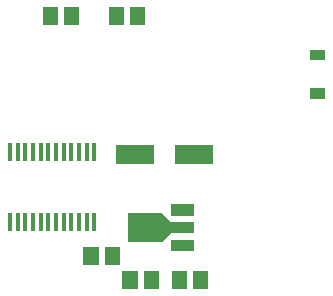
<source format=gbr>
G04 start of page 10 for group -4015 idx -4015 *
G04 Title: (unknown), toppaste *
G04 Creator: pcb 20140316 *
G04 CreationDate: Tue 10 May 2016 09:41:56 AM GMT UTC *
G04 For: ndholmes *
G04 Format: Gerber/RS-274X *
G04 PCB-Dimensions (mil): 2220.00 1040.00 *
G04 PCB-Coordinate-Origin: lower left *
%MOIN*%
%FSLAX25Y25*%
%LNTOPPASTE*%
%ADD84R,0.0130X0.0130*%
%ADD83R,0.0512X0.0512*%
%ADD82C,0.0001*%
%ADD81R,0.0945X0.0945*%
%ADD80R,0.0378X0.0378*%
%ADD79R,0.0630X0.0630*%
%ADD78R,0.0360X0.0360*%
G54D78*X181900Y71600D02*X183100D01*
X181900Y84500D02*X183100D01*
G54D79*X118508Y51500D02*X124807D01*
X138193D02*X144492D01*
G54D80*X135395Y21094D02*X139489D01*
X127679Y27000D02*X139489D01*
G54D81*X124055D02*X125945D01*
G54D82*G36*
X129250Y23695D02*X132090Y26535D01*
X133510Y25115D01*
X130670Y22275D01*
X129250Y23695D01*
G37*
G36*
X130670Y31725D02*X133510Y28885D01*
X132090Y27465D01*
X129250Y30305D01*
X130670Y31725D01*
G37*
G54D80*X135395Y32906D02*X139489D01*
G54D83*X93457Y97893D02*Y97107D01*
X100543Y97893D02*Y97107D01*
G54D84*X108074Y54417D02*Y49811D01*
X105515Y54417D02*Y49811D01*
X102956Y54417D02*Y49811D01*
X100397Y54417D02*Y49811D01*
X97838Y54417D02*Y49811D01*
X95279Y54417D02*Y49811D01*
X92721Y54417D02*Y49811D01*
X90162Y54417D02*Y49811D01*
X87603Y54417D02*Y49811D01*
X85044Y54417D02*Y49811D01*
X82485Y54417D02*Y49811D01*
X79926Y54417D02*Y49811D01*
Y31189D02*Y26583D01*
X82485Y31189D02*Y26583D01*
X85044Y31189D02*Y26583D01*
X87603Y31189D02*Y26583D01*
X90162Y31189D02*Y26583D01*
X92721Y31189D02*Y26583D01*
X95279Y31189D02*Y26583D01*
X97838Y31189D02*Y26583D01*
X100397Y31189D02*Y26583D01*
X102956Y31189D02*Y26583D01*
X105515Y31189D02*Y26583D01*
X108074Y31189D02*Y26583D01*
G54D83*X106957Y17893D02*Y17107D01*
X114043Y17893D02*Y17107D01*
X127043Y9893D02*Y9107D01*
X119957Y9893D02*Y9107D01*
X143543Y9893D02*Y9107D01*
X136457Y9893D02*Y9107D01*
X122543Y97893D02*Y97107D01*
X115457Y97893D02*Y97107D01*
M02*

</source>
